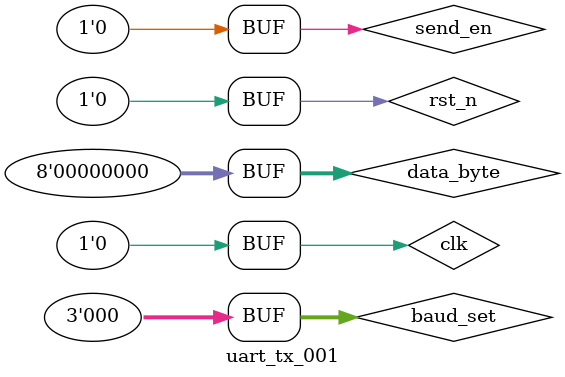
<source format=v>
`timescale 1ns / 1ps


module uart_tx_001;

	// Inputs
	reg clk;
	reg rst_n;
	reg send_en;
	reg [7:0] data_byte;
	reg [2:0] baud_set;

	// Outputs
	wire uart_tx;
	wire tx_done;

	// Instantiate the Unit Under Test (UUT)
	uart_tx uut (
		.clk(clk), 
		.rst_n(rst_n), 
		.send_en(send_en), 
		.data_byte(data_byte), 
		.baud_set(baud_set), 
		.uart_tx(uart_tx), 
		.tx_done(tx_done)
	);

	initial begin
		// Initialize Inputs
		clk = 0;
		rst_n = 0;
		send_en = 0;
		data_byte = 0;
		baud_set = 0;

		// Wait 100 ns for global reset to finish
		#100;
        
		// Add stimulus here

	end
      
endmodule


</source>
